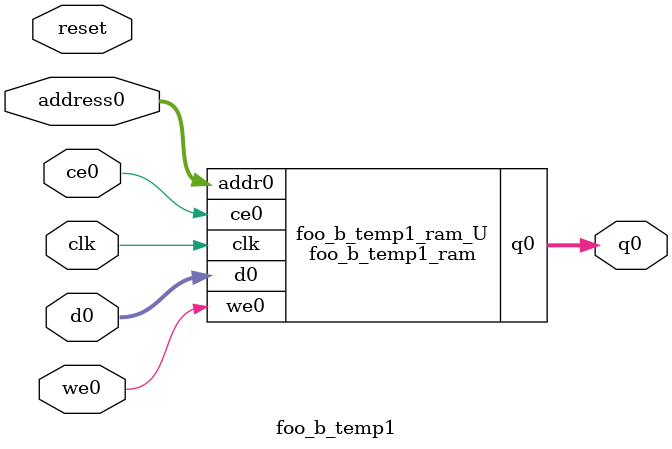
<source format=v>
`timescale 1 ns / 1 ps
module foo_b_temp1_ram (addr0, ce0, d0, we0, q0,  clk);

parameter DWIDTH = 32;
parameter AWIDTH = 14;
parameter MEM_SIZE = 16384;

input[AWIDTH-1:0] addr0;
input ce0;
input[DWIDTH-1:0] d0;
input we0;
output reg[DWIDTH-1:0] q0;
input clk;

(* ram_style = "block" *)reg [DWIDTH-1:0] ram[0:MEM_SIZE-1];




always @(posedge clk)  
begin 
    if (ce0) begin
        if (we0) 
            ram[addr0] <= d0; 
        q0 <= ram[addr0];
    end
end


endmodule

`timescale 1 ns / 1 ps
module foo_b_temp1(
    reset,
    clk,
    address0,
    ce0,
    we0,
    d0,
    q0);

parameter DataWidth = 32'd32;
parameter AddressRange = 32'd16384;
parameter AddressWidth = 32'd14;
input reset;
input clk;
input[AddressWidth - 1:0] address0;
input ce0;
input we0;
input[DataWidth - 1:0] d0;
output[DataWidth - 1:0] q0;



foo_b_temp1_ram foo_b_temp1_ram_U(
    .clk( clk ),
    .addr0( address0 ),
    .ce0( ce0 ),
    .we0( we0 ),
    .d0( d0 ),
    .q0( q0 ));

endmodule


</source>
